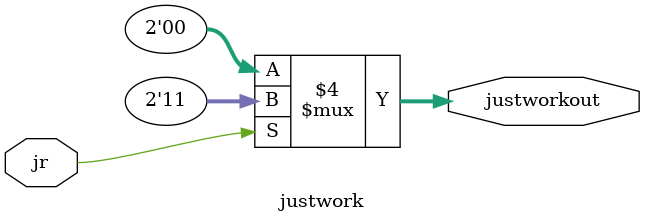
<source format=sv>
module justwork(
	input logic jr,
	output logic [1:0] justworkout
	);

	//assign justworkout = jr ? 1'b1 : j ? 1'b1 : branch ? 1'b1 : 1'b0;
	//assign justworkout = 2'b00;
	//assign justworkout = (branchcircuit == 1'bx) ? 2'b00 : ( (branchcircuit == 1'b0) ? 2'b00 : 2'b00); 
	

	//this block below works
	/*
	always_comb begin

	if (branchcircuit == 1'b1) begin
		justworkout = 2'b01;
	end
	else begin
		justworkout = 2'b00;
	end

	end
	*/

	//this block below works
	/*
	always_comb begin

	if (branchcircuit == 1'b1 && j == 1'b1) begin
		justworkout = 2'b01;
	end
	else begin
		justworkout = 2'b00;
	end

	end 
	*/

	//this block below works
	/*	
	always_comb begin

	if (branchcircuit == 1'b1 && j == 1'b1) begin
		justworkout = 2'b01;
	end
	
	else if (branchcircuit == 1'b1) begin
		justworkout = 2'b10;
	end

	else begin
		justworkout = 2'b00;
	end
	
	end
	*/

	//this one below works
	always_comb begin

	if (jr == 1'b1) begin
		justworkout = 2'b11;
	end

	else begin
		justworkout = 2'b00;
	end
	
	end
	

endmodule

	
</source>
